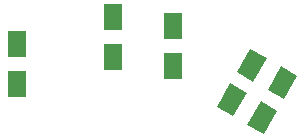
<source format=gbr>
G04 #@! TF.GenerationSoftware,KiCad,Pcbnew,5.1.5*
G04 #@! TF.CreationDate,2020-06-30T15:32:26-05:00*
G04 #@! TF.ProjectId,Encoder,456e636f-6465-4722-9e6b-696361645f70,rev?*
G04 #@! TF.SameCoordinates,Original*
G04 #@! TF.FileFunction,Paste,Bot*
G04 #@! TF.FilePolarity,Positive*
%FSLAX46Y46*%
G04 Gerber Fmt 4.6, Leading zero omitted, Abs format (unit mm)*
G04 Created by KiCad (PCBNEW 5.1.5) date 2020-06-30 15:32:26*
%MOMM*%
%LPD*%
G04 APERTURE LIST*
%ADD10R,1.600000X2.300000*%
%ADD11C,0.100000*%
G04 APERTURE END LIST*
D10*
X144296000Y-67744000D03*
X144296000Y-64344000D03*
X152424000Y-65458000D03*
X152424000Y-62058000D03*
X157504000Y-66220000D03*
X157504000Y-62820000D03*
D11*
G36*
X165469744Y-65571584D02*
G01*
X164319744Y-67563442D01*
X162934104Y-66763442D01*
X164084104Y-64771584D01*
X165469744Y-65571584D01*
G37*
G36*
X163769744Y-68516071D02*
G01*
X162619744Y-70507929D01*
X161234104Y-69707929D01*
X162384104Y-67716071D01*
X163769744Y-68516071D01*
G37*
G36*
X168067820Y-67071584D02*
G01*
X166917820Y-69063442D01*
X165532180Y-68263442D01*
X166682180Y-66271584D01*
X168067820Y-67071584D01*
G37*
G36*
X166367820Y-70016071D02*
G01*
X165217820Y-72007929D01*
X163832180Y-71207929D01*
X164982180Y-69216071D01*
X166367820Y-70016071D01*
G37*
M02*

</source>
